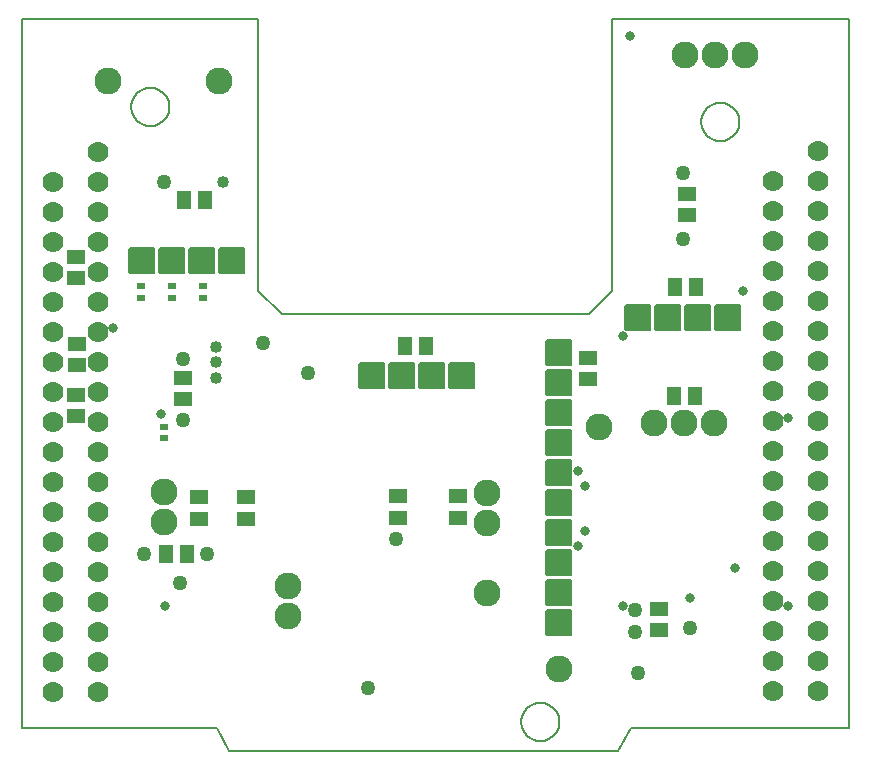
<source format=gbr>
G04 PROTEUS GERBER X2 FILE*
%TF.GenerationSoftware,Labcenter,Proteus,8.12-SP2-Build31155*%
%TF.CreationDate,2024-12-01T22:34:02+00:00*%
%TF.FileFunction,Soldermask,Bot*%
%TF.FilePolarity,Negative*%
%TF.Part,Single*%
%TF.SameCoordinates,{8af06a29-b4e8-4d9f-b474-ceea615e185d}*%
%FSLAX45Y45*%
%MOMM*%
G01*
%TA.AperFunction,Material*%
%ADD25C,1.270000*%
%ADD26C,1.016000*%
%ADD27C,0.812800*%
%TA.AperFunction,Material*%
%ADD29C,1.778000*%
%AMPPAD027*
4,1,4,
0.723900,-0.571500,
0.723900,0.571500,
-0.723900,0.571500,
-0.723900,-0.571500,
0.723900,-0.571500,
0*%
%TA.AperFunction,Material*%
%ADD33PPAD027*%
%AMPPAD023*
4,1,36,
-1.143000,-1.016000,
-1.143000,1.016000,
-1.140470,1.041970,
-1.133200,1.065980,
-1.121650,1.087580,
-1.106290,1.106290,
-1.087570,1.121650,
-1.065980,1.133200,
-1.041970,1.140470,
-1.016000,1.143000,
1.016000,1.143000,
1.041970,1.140470,
1.065980,1.133200,
1.087570,1.121650,
1.106290,1.106290,
1.121650,1.087580,
1.133200,1.065980,
1.140470,1.041970,
1.143000,1.016000,
1.143000,-1.016000,
1.140470,-1.041970,
1.133200,-1.065980,
1.121650,-1.087580,
1.106290,-1.106290,
1.087570,-1.121650,
1.065980,-1.133200,
1.041970,-1.140470,
1.016000,-1.143000,
-1.016000,-1.143000,
-1.041970,-1.140470,
-1.065980,-1.133200,
-1.087570,-1.121650,
-1.106290,-1.106290,
-1.121650,-1.087580,
-1.133200,-1.065980,
-1.140470,-1.041970,
-1.143000,-1.016000,
0*%
%TA.AperFunction,Material*%
%ADD73PPAD023*%
%TA.AperFunction,Material*%
%ADD30C,2.286000*%
%AMPPAD028*
4,1,4,
-0.571500,-0.723900,
0.571500,-0.723900,
0.571500,0.723900,
-0.571500,0.723900,
-0.571500,-0.723900,
0*%
%ADD34PPAD028*%
%AMPPAD026*
4,1,36,
1.016000,-1.143000,
-1.016000,-1.143000,
-1.041970,-1.140470,
-1.065980,-1.133200,
-1.087580,-1.121650,
-1.106290,-1.106290,
-1.121650,-1.087570,
-1.133200,-1.065980,
-1.140470,-1.041970,
-1.143000,-1.016000,
-1.143000,1.016000,
-1.140470,1.041970,
-1.133200,1.065980,
-1.121650,1.087570,
-1.106290,1.106290,
-1.087580,1.121650,
-1.065980,1.133200,
-1.041970,1.140470,
-1.016000,1.143000,
1.016000,1.143000,
1.041970,1.140470,
1.065980,1.133200,
1.087580,1.121650,
1.106290,1.106290,
1.121650,1.087570,
1.133200,1.065980,
1.140470,1.041970,
1.143000,1.016000,
1.143000,-1.016000,
1.140470,-1.041970,
1.133200,-1.065980,
1.121650,-1.087570,
1.106290,-1.106290,
1.087580,-1.121650,
1.065980,-1.133200,
1.041970,-1.140470,
1.016000,-1.143000,
0*%
%TA.AperFunction,Material*%
%ADD32PPAD026*%
%AMPPAD029*
4,1,4,
-0.304800,0.279400,
-0.304800,-0.279400,
0.304800,-0.279400,
0.304800,0.279400,
-0.304800,0.279400,
0*%
%TA.AperFunction,Material*%
%ADD35PPAD029*%
%TA.AperFunction,Profile*%
%ADD71C,0.203200*%
%TD.AperFunction*%
D25*
X+1200000Y+4620000D03*
X+5600000Y+4700000D03*
X+5214500Y+460000D03*
X+2928500Y+333000D03*
X+2420500Y+3000000D03*
X+5191419Y+808581D03*
X+1360000Y+3120000D03*
X+1570000Y+1470000D03*
D26*
X+1640000Y+3220000D03*
D27*
X+769500Y+3381000D03*
X+1214000Y+1031500D03*
X+6103500Y+3698500D03*
X+5087500Y+3317500D03*
D25*
X+5659000Y+841000D03*
X+2039500Y+3254000D03*
X+3170000Y+1600000D03*
D26*
X+1700000Y+4620000D03*
D25*
X+5190000Y+1000000D03*
X+1030000Y+1470000D03*
X+5600000Y+4140000D03*
X+1360000Y+2610000D03*
D26*
X+1640000Y+3100000D03*
D25*
X+1341000Y+1222000D03*
D27*
X+1180000Y+2660000D03*
D26*
X+1640000Y+2960000D03*
D27*
X+6484500Y+1031500D03*
X+5659000Y+1095000D03*
X+4706500Y+1539500D03*
X+4770000Y+1666500D03*
X+6040000Y+1349000D03*
X+4706500Y+2174500D03*
X+4770000Y+2047500D03*
X+5087500Y+1031500D03*
X+6484500Y+2619000D03*
X+5151000Y+5857500D03*
D29*
X+641000Y+4876000D03*
X+260000Y+4622000D03*
X+641000Y+4622000D03*
X+260000Y+4368000D03*
X+641000Y+4368000D03*
X+260000Y+4114000D03*
X+641000Y+4114000D03*
X+260000Y+3860000D03*
X+641000Y+3860000D03*
X+260000Y+3606000D03*
X+641000Y+3606000D03*
X+260000Y+3352000D03*
X+641000Y+3352000D03*
X+260000Y+3098000D03*
X+641000Y+3098000D03*
X+260000Y+2844000D03*
X+641000Y+2844000D03*
X+260000Y+2590000D03*
X+641000Y+2590000D03*
X+260000Y+2336000D03*
X+641000Y+2336000D03*
X+260000Y+2082000D03*
X+641000Y+2082000D03*
X+260000Y+1828000D03*
X+641000Y+1828000D03*
X+260000Y+1574000D03*
X+641000Y+1574000D03*
X+260000Y+1320000D03*
X+641000Y+1320000D03*
X+260000Y+1066000D03*
X+641000Y+1066000D03*
X+260000Y+812000D03*
X+641000Y+812000D03*
X+260000Y+558000D03*
X+641000Y+558000D03*
X+260000Y+304000D03*
X+641000Y+304000D03*
X+6737000Y+4880000D03*
X+6356000Y+4626000D03*
X+6737000Y+4626000D03*
X+6356000Y+4372000D03*
X+6737000Y+4372000D03*
X+6356000Y+4118000D03*
X+6737000Y+4118000D03*
X+6356000Y+3864000D03*
X+6737000Y+3864000D03*
X+6356000Y+3610000D03*
X+6737000Y+3610000D03*
X+6356000Y+3356000D03*
X+6737000Y+3356000D03*
X+6356000Y+3102000D03*
X+6737000Y+3102000D03*
X+6356000Y+2848000D03*
X+6737000Y+2848000D03*
X+6356000Y+2594000D03*
X+6737000Y+2594000D03*
X+6356000Y+2340000D03*
X+6737000Y+2340000D03*
X+6356000Y+2086000D03*
X+6737000Y+2086000D03*
X+6356000Y+1832000D03*
X+6737000Y+1832000D03*
X+6356000Y+1578000D03*
X+6737000Y+1578000D03*
X+6356000Y+1324000D03*
X+6737000Y+1324000D03*
X+6356000Y+1070000D03*
X+6737000Y+1070000D03*
X+6356000Y+816000D03*
X+6737000Y+816000D03*
X+6356000Y+562000D03*
X+6737000Y+562000D03*
X+6356000Y+308000D03*
X+6737000Y+308000D03*
D33*
X+5391419Y+828581D03*
X+5391419Y+1008581D03*
D73*
X+4550000Y+890000D03*
X+4550000Y+1144000D03*
X+4550000Y+1398000D03*
X+4550000Y+1652000D03*
X+4550000Y+1906000D03*
X+4550000Y+2160000D03*
X+4550000Y+2414000D03*
X+4550000Y+2668000D03*
X+4550000Y+2922000D03*
X+4550000Y+3176000D03*
D30*
X+1200000Y+2000000D03*
X+1200000Y+1746000D03*
X+3940000Y+1730000D03*
X+3940000Y+1984000D03*
D33*
X+1500000Y+1770000D03*
X+1500000Y+1950000D03*
X+3690000Y+1960000D03*
X+3690000Y+1780000D03*
D30*
X+2250000Y+950000D03*
X+2250000Y+1204000D03*
D34*
X+1370000Y+4470000D03*
X+1550000Y+4470000D03*
D32*
X+3722000Y+2980000D03*
X+3468000Y+2980000D03*
X+3214000Y+2980000D03*
X+2960000Y+2980000D03*
D35*
X+1270000Y+3740000D03*
X+1270000Y+3640000D03*
X+1010000Y+3740000D03*
X+1010000Y+3640000D03*
X+1200000Y+2450000D03*
X+1200000Y+2550000D03*
X+1530000Y+3740000D03*
X+1530000Y+3640000D03*
D32*
X+1780000Y+3950000D03*
X+1526000Y+3950000D03*
X+1272000Y+3950000D03*
X+1018000Y+3950000D03*
X+5980000Y+3470000D03*
X+5726000Y+3470000D03*
X+5472000Y+3470000D03*
X+5218000Y+3470000D03*
D30*
X+6120000Y+5700000D03*
X+5866000Y+5700000D03*
X+5612000Y+5700000D03*
X+5350000Y+2580000D03*
X+5604000Y+2580000D03*
X+5858000Y+2580000D03*
D33*
X+3180000Y+1960000D03*
X+3180000Y+1780000D03*
X+455500Y+3810000D03*
X+455500Y+3990000D03*
D34*
X+3240000Y+3230000D03*
X+3420000Y+3230000D03*
D33*
X+460000Y+2820000D03*
X+460000Y+2640000D03*
D34*
X+5530000Y+3730000D03*
X+5710000Y+3730000D03*
D33*
X+1900000Y+1770000D03*
X+1900000Y+1950000D03*
X+470000Y+3250000D03*
X+470000Y+3070000D03*
D34*
X+1400000Y+1470000D03*
X+1220000Y+1470000D03*
X+5700000Y+2810000D03*
X+5520000Y+2810000D03*
D33*
X+4790000Y+2950000D03*
X+4790000Y+3130000D03*
X+5630000Y+4520000D03*
X+5630000Y+4340000D03*
X+1360000Y+2960000D03*
X+1360000Y+2780000D03*
D30*
X+3940000Y+1140000D03*
X+4550000Y+500000D03*
X+730000Y+5480000D03*
X+1670000Y+5480000D03*
X+4890000Y+2550000D03*
D71*
X+0Y+0D02*
X+1650000Y+0D01*
X+7000000Y+0D02*
X+7000000Y+6000000D01*
X+5000000Y+6000000D01*
X+5000000Y+3700000D01*
X+4800000Y+3500000D01*
X+2200000Y+3500000D01*
X+2000000Y+3700000D02*
X+2000000Y+6000000D01*
X+0Y+6000000D01*
X+0Y+0D01*
X+2000000Y+3700000D02*
X+2200000Y+3500000D01*
X+5160000Y+0D02*
X+7000000Y+0D01*
X+1750000Y-200000D02*
X+5050000Y-200000D01*
X+1650000Y+0D02*
X+1750000Y-200000D01*
X+5160000Y+0D02*
X+5050000Y-200000D01*
X+4550045Y+50000D02*
X+4549508Y+63142D01*
X+4545144Y+89427D01*
X+4536029Y+115712D01*
X+4521182Y+141997D01*
X+4498470Y+168118D01*
X+4472185Y+187898D01*
X+4445900Y+200658D01*
X+4419615Y+208108D01*
X+4393330Y+210987D01*
X+4389000Y+211045D01*
X+4227955Y+50000D02*
X+4228492Y+63142D01*
X+4232856Y+89427D01*
X+4241971Y+115712D01*
X+4256818Y+141997D01*
X+4279530Y+168118D01*
X+4305815Y+187898D01*
X+4332100Y+200658D01*
X+4358385Y+208108D01*
X+4384670Y+210987D01*
X+4389000Y+211045D01*
X+4227955Y+50000D02*
X+4228492Y+36858D01*
X+4232856Y+10573D01*
X+4241971Y-15712D01*
X+4256818Y-41997D01*
X+4279530Y-68118D01*
X+4305815Y-87898D01*
X+4332100Y-100658D01*
X+4358385Y-108108D01*
X+4384670Y-110987D01*
X+4389000Y-111045D01*
X+4550045Y+50000D02*
X+4549508Y+36858D01*
X+4545144Y+10573D01*
X+4536029Y-15712D01*
X+4521182Y-41997D01*
X+4498470Y-68118D01*
X+4472185Y-87898D01*
X+4445900Y-100658D01*
X+4419615Y-108108D01*
X+4393330Y-110987D01*
X+4389000Y-111045D01*
X+6074045Y+5130000D02*
X+6073508Y+5143142D01*
X+6069144Y+5169427D01*
X+6060029Y+5195712D01*
X+6045182Y+5221997D01*
X+6022470Y+5248118D01*
X+5996185Y+5267898D01*
X+5969900Y+5280658D01*
X+5943615Y+5288108D01*
X+5917330Y+5290987D01*
X+5913000Y+5291045D01*
X+5751955Y+5130000D02*
X+5752492Y+5143142D01*
X+5756856Y+5169427D01*
X+5765971Y+5195712D01*
X+5780818Y+5221997D01*
X+5803530Y+5248118D01*
X+5829815Y+5267898D01*
X+5856100Y+5280658D01*
X+5882385Y+5288108D01*
X+5908670Y+5290987D01*
X+5913000Y+5291045D01*
X+5751955Y+5130000D02*
X+5752492Y+5116858D01*
X+5756856Y+5090573D01*
X+5765971Y+5064288D01*
X+5780818Y+5038003D01*
X+5803530Y+5011882D01*
X+5829815Y+4992102D01*
X+5856100Y+4979342D01*
X+5882385Y+4971892D01*
X+5908670Y+4969013D01*
X+5913000Y+4968955D01*
X+6074045Y+5130000D02*
X+6073508Y+5116858D01*
X+6069144Y+5090573D01*
X+6060029Y+5064288D01*
X+6045182Y+5038003D01*
X+6022470Y+5011882D01*
X+5996185Y+4992102D01*
X+5969900Y+4979342D01*
X+5943615Y+4971892D01*
X+5917330Y+4969013D01*
X+5913000Y+4968955D01*
X+1248045Y+5257000D02*
X+1247508Y+5270142D01*
X+1243144Y+5296427D01*
X+1234029Y+5322712D01*
X+1219182Y+5348997D01*
X+1196470Y+5375118D01*
X+1170185Y+5394898D01*
X+1143900Y+5407658D01*
X+1117615Y+5415108D01*
X+1091330Y+5417987D01*
X+1087000Y+5418045D01*
X+925955Y+5257000D02*
X+926492Y+5270142D01*
X+930856Y+5296427D01*
X+939971Y+5322712D01*
X+954818Y+5348997D01*
X+977530Y+5375118D01*
X+1003815Y+5394898D01*
X+1030100Y+5407658D01*
X+1056385Y+5415108D01*
X+1082670Y+5417987D01*
X+1087000Y+5418045D01*
X+925955Y+5257000D02*
X+926492Y+5243858D01*
X+930856Y+5217573D01*
X+939971Y+5191288D01*
X+954818Y+5165003D01*
X+977530Y+5138882D01*
X+1003815Y+5119102D01*
X+1030100Y+5106342D01*
X+1056385Y+5098892D01*
X+1082670Y+5096013D01*
X+1087000Y+5095955D01*
X+1248045Y+5257000D02*
X+1247508Y+5243858D01*
X+1243144Y+5217573D01*
X+1234029Y+5191288D01*
X+1219182Y+5165003D01*
X+1196470Y+5138882D01*
X+1170185Y+5119102D01*
X+1143900Y+5106342D01*
X+1117615Y+5098892D01*
X+1091330Y+5096013D01*
X+1087000Y+5095955D01*
M02*

</source>
